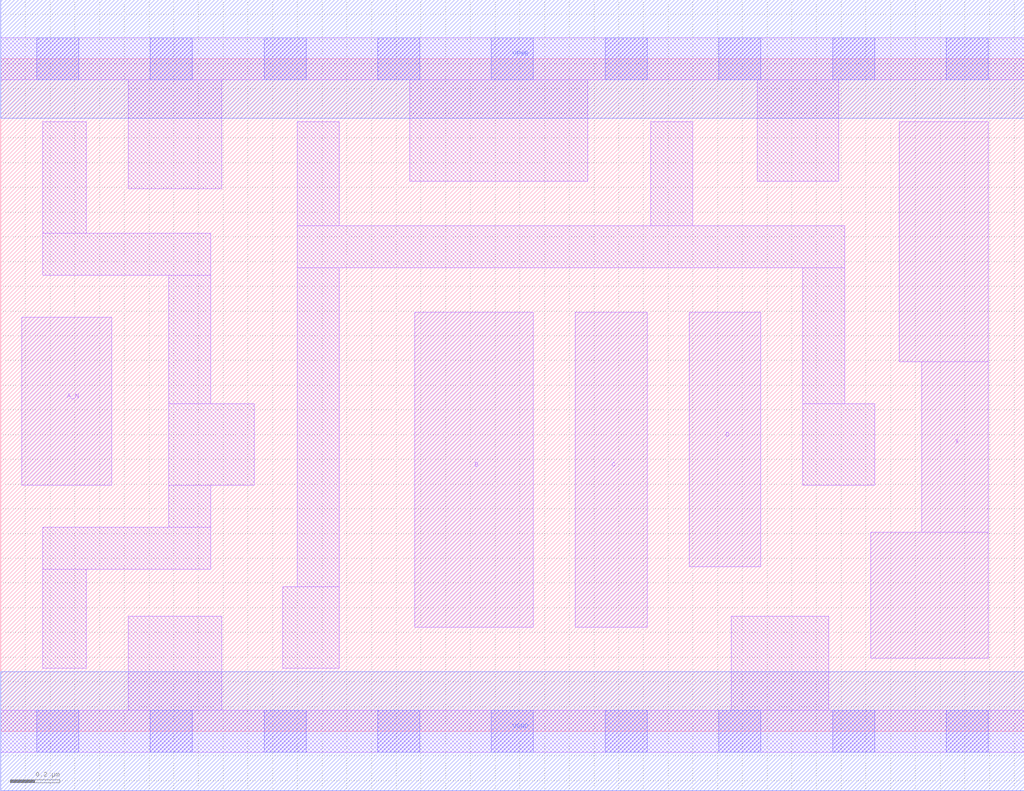
<source format=lef>
# Copyright 2020 The SkyWater PDK Authors
#
# Licensed under the Apache License, Version 2.0 (the "License");
# you may not use this file except in compliance with the License.
# You may obtain a copy of the License at
#
#     https://www.apache.org/licenses/LICENSE-2.0
#
# Unless required by applicable law or agreed to in writing, software
# distributed under the License is distributed on an "AS IS" BASIS,
# WITHOUT WARRANTIES OR CONDITIONS OF ANY KIND, either express or implied.
# See the License for the specific language governing permissions and
# limitations under the License.
#
# SPDX-License-Identifier: Apache-2.0

VERSION 5.7 ;
BUSBITCHARS "[]" ;
DIVIDERCHAR "/" ;
PROPERTYDEFINITIONS
  MACRO maskLayoutSubType STRING ;
  MACRO prCellType STRING ;
  MACRO originalViewName STRING ;
END PROPERTYDEFINITIONS
MACRO sky130_fd_sc_hdll__and4b_1
  ORIGIN  0.000000  0.000000 ;
  CLASS CORE ;
  SYMMETRY X Y R90 ;
  SIZE  4.140000 BY  2.720000 ;
  SITE unithd ;
  PIN A_N
    ANTENNAGATEAREA  0.138600 ;
    DIRECTION INPUT ;
    USE SIGNAL ;
    PORT
      LAYER li1 ;
        RECT 0.085000 0.995000 0.450000 1.675000 ;
    END
  END A_N
  PIN B
    ANTENNAGATEAREA  0.138600 ;
    DIRECTION INPUT ;
    USE SIGNAL ;
    PORT
      LAYER li1 ;
        RECT 1.675000 0.420000 2.155000 1.695000 ;
    END
  END B
  PIN C
    ANTENNAGATEAREA  0.138600 ;
    DIRECTION INPUT ;
    USE SIGNAL ;
    PORT
      LAYER li1 ;
        RECT 2.325000 0.420000 2.615000 1.695000 ;
    END
  END C
  PIN D
    ANTENNAGATEAREA  0.138600 ;
    DIRECTION INPUT ;
    USE SIGNAL ;
    PORT
      LAYER li1 ;
        RECT 2.785000 0.665000 3.075000 1.695000 ;
    END
  END D
  PIN X
    ANTENNADIFFAREA  0.439000 ;
    DIRECTION OUTPUT ;
    USE SIGNAL ;
    PORT
      LAYER li1 ;
        RECT 3.520000 0.295000 3.995000 0.805000 ;
        RECT 3.635000 1.495000 3.995000 2.465000 ;
        RECT 3.725000 0.805000 3.995000 1.495000 ;
    END
  END X
  PIN VGND
    DIRECTION INOUT ;
    USE GROUND ;
    PORT
      LAYER met1 ;
        RECT 0.000000 -0.240000 4.140000 0.240000 ;
    END
  END VGND
  PIN VPWR
    DIRECTION INOUT ;
    USE POWER ;
    PORT
      LAYER met1 ;
        RECT 0.000000 2.480000 4.140000 2.960000 ;
    END
  END VPWR
  OBS
    LAYER li1 ;
      RECT 0.000000 -0.085000 4.140000 0.085000 ;
      RECT 0.000000  2.635000 4.140000 2.805000 ;
      RECT 0.170000  0.255000 0.345000 0.655000 ;
      RECT 0.170000  0.655000 0.850000 0.825000 ;
      RECT 0.170000  1.845000 0.850000 2.015000 ;
      RECT 0.170000  2.015000 0.345000 2.465000 ;
      RECT 0.515000  0.085000 0.895000 0.465000 ;
      RECT 0.515000  2.195000 0.895000 2.635000 ;
      RECT 0.680000  0.825000 0.850000 0.995000 ;
      RECT 0.680000  0.995000 1.025000 1.325000 ;
      RECT 0.680000  1.325000 0.850000 1.845000 ;
      RECT 1.140000  0.255000 1.370000 0.585000 ;
      RECT 1.200000  0.585000 1.370000 1.875000 ;
      RECT 1.200000  1.875000 3.415000 2.045000 ;
      RECT 1.200000  2.045000 1.370000 2.465000 ;
      RECT 1.655000  2.225000 2.375000 2.635000 ;
      RECT 2.630000  2.045000 2.800000 2.465000 ;
      RECT 2.955000  0.085000 3.350000 0.465000 ;
      RECT 3.060000  2.225000 3.390000 2.635000 ;
      RECT 3.245000  0.995000 3.535000 1.325000 ;
      RECT 3.245000  1.325000 3.415000 1.875000 ;
    LAYER mcon ;
      RECT 0.145000 -0.085000 0.315000 0.085000 ;
      RECT 0.145000  2.635000 0.315000 2.805000 ;
      RECT 0.605000 -0.085000 0.775000 0.085000 ;
      RECT 0.605000  2.635000 0.775000 2.805000 ;
      RECT 1.065000 -0.085000 1.235000 0.085000 ;
      RECT 1.065000  2.635000 1.235000 2.805000 ;
      RECT 1.525000 -0.085000 1.695000 0.085000 ;
      RECT 1.525000  2.635000 1.695000 2.805000 ;
      RECT 1.985000 -0.085000 2.155000 0.085000 ;
      RECT 1.985000  2.635000 2.155000 2.805000 ;
      RECT 2.445000 -0.085000 2.615000 0.085000 ;
      RECT 2.445000  2.635000 2.615000 2.805000 ;
      RECT 2.905000 -0.085000 3.075000 0.085000 ;
      RECT 2.905000  2.635000 3.075000 2.805000 ;
      RECT 3.365000 -0.085000 3.535000 0.085000 ;
      RECT 3.365000  2.635000 3.535000 2.805000 ;
      RECT 3.825000 -0.085000 3.995000 0.085000 ;
      RECT 3.825000  2.635000 3.995000 2.805000 ;
  END
  PROPERTY maskLayoutSubType "abstract" ;
  PROPERTY prCellType "standard" ;
  PROPERTY originalViewName "layout" ;
END sky130_fd_sc_hdll__and4b_1

</source>
